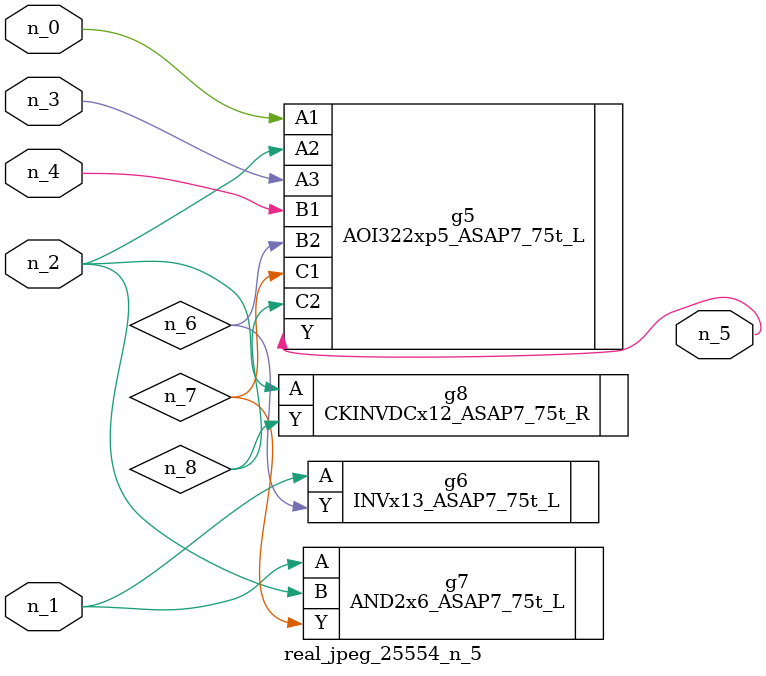
<source format=v>
module real_jpeg_25554_n_5 (n_4, n_0, n_1, n_2, n_3, n_5);

input n_4;
input n_0;
input n_1;
input n_2;
input n_3;

output n_5;

wire n_8;
wire n_6;
wire n_7;

AOI322xp5_ASAP7_75t_L g5 ( 
.A1(n_0),
.A2(n_2),
.A3(n_3),
.B1(n_4),
.B2(n_6),
.C1(n_7),
.C2(n_8),
.Y(n_5)
);

INVx13_ASAP7_75t_L g6 ( 
.A(n_1),
.Y(n_6)
);

AND2x6_ASAP7_75t_L g7 ( 
.A(n_1),
.B(n_2),
.Y(n_7)
);

CKINVDCx12_ASAP7_75t_R g8 ( 
.A(n_2),
.Y(n_8)
);


endmodule
</source>
